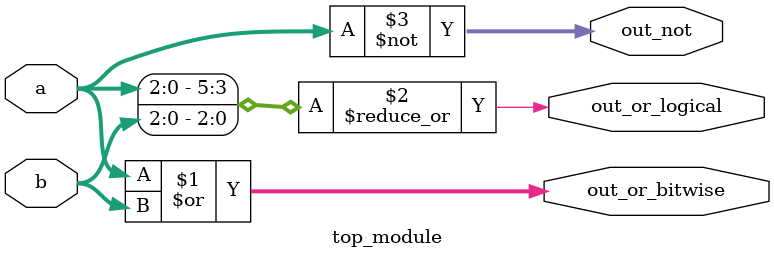
<source format=sv>
module top_module(
    input [2:0] a,
    input [2:0] b,
    output [2:0] out_or_bitwise,
    output out_or_logical,
    output [2:0] out_not
);

    // Bitwise OR
    assign out_or_bitwise = a | b;

    // Logical OR
    assign out_or_logical = |{a, b};

    // Bitwise NOT
    assign out_not = ~{a};

endmodule

</source>
